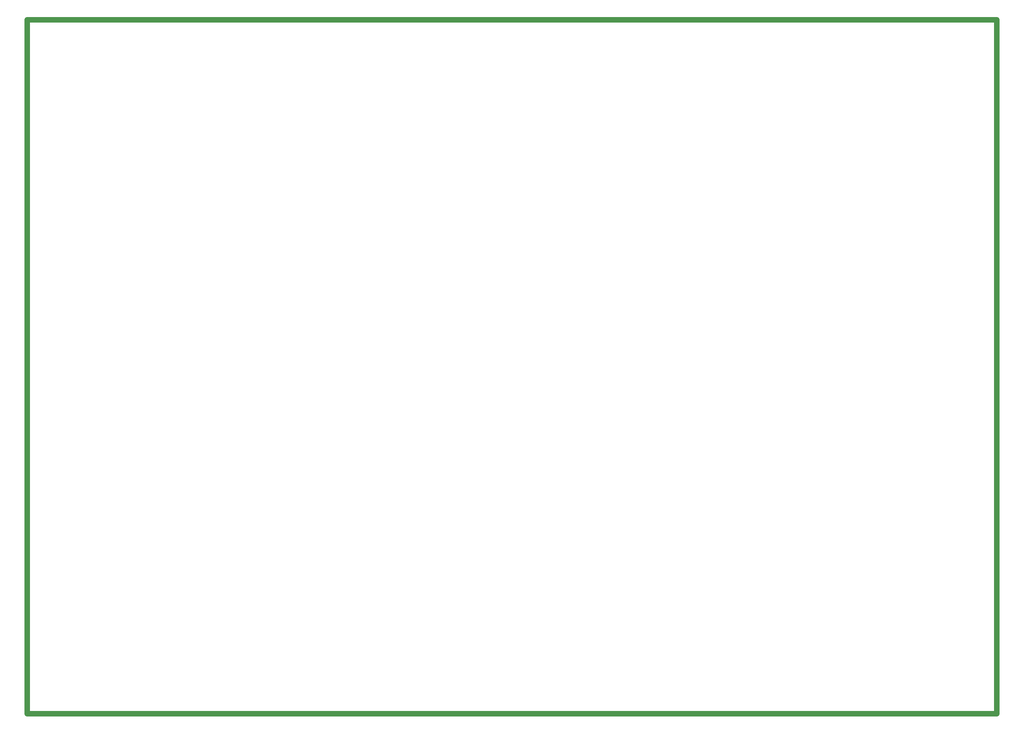
<source format=gko>
G04 Layer_Color=16711935*
%FSLAX44Y44*%
%MOMM*%
G71*
G01*
G75*
%ADD12C,1.0000*%
D12*
X245000Y1450000D02*
Y1500000D01*
Y1445000D02*
Y1455000D01*
X2025000Y225000D02*
Y1500000D01*
X245000D02*
X2025000D01*
X245000Y225000D02*
X2025000D01*
X245000D02*
Y1445000D01*
M02*

</source>
